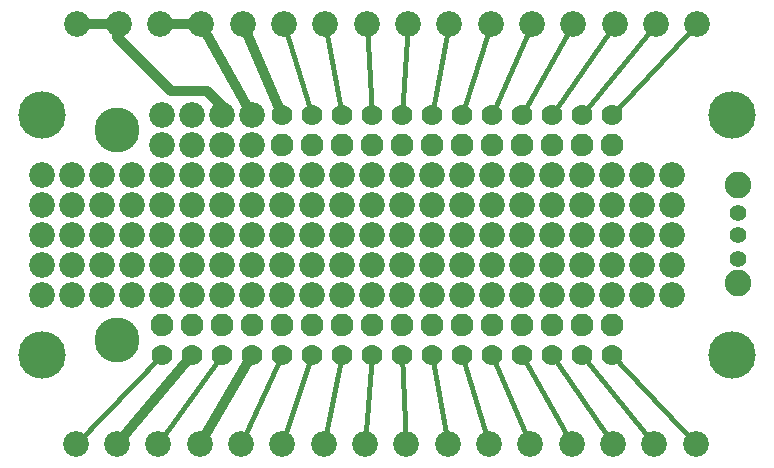
<source format=gbr>
G04 EAGLE Gerber RS-274X export*
G75*
%MOMM*%
%FSLAX34Y34*%
%LPD*%
%INTop Copper*%
%IPPOS*%
%AMOC8*
5,1,8,0,0,1.08239X$1,22.5*%
G01*
%ADD10C,3.810000*%
%ADD11C,1.778000*%
%ADD12C,1.930400*%
%ADD13C,2.184400*%
%ADD14C,4.016000*%
%ADD15C,1.422400*%
%ADD16C,2.250000*%
%ADD17C,0.406400*%
%ADD18C,0.812800*%


D10*
X-228600Y88900D03*
X-228600Y-88900D03*
D11*
X-88900Y101600D03*
X-63500Y101600D03*
X-38100Y101600D03*
X-12700Y101600D03*
X12700Y101600D03*
X38100Y101600D03*
X63500Y101600D03*
X88900Y101600D03*
X114300Y101600D03*
X139700Y101600D03*
X165100Y101600D03*
X190500Y101600D03*
X-88900Y-101600D03*
X-63500Y-101600D03*
X-38100Y-101600D03*
X-12700Y-101600D03*
X12700Y-101600D03*
X38100Y-101600D03*
X63500Y-101600D03*
X88900Y-101600D03*
X114300Y-101600D03*
X139700Y-101600D03*
X165100Y-101600D03*
X190500Y-101600D03*
X-114300Y-101600D03*
X-139700Y-101600D03*
X-165100Y-101600D03*
X-190500Y-101600D03*
D12*
X190500Y-76200D03*
X165100Y-76200D03*
X139700Y-76200D03*
X114300Y-76200D03*
X88900Y-76200D03*
X63500Y-76200D03*
X38100Y-76200D03*
X12700Y-76200D03*
X-12700Y-76200D03*
X-38100Y-76200D03*
X-63500Y-76200D03*
X-88900Y-76200D03*
X-114300Y-76200D03*
X-139700Y-76200D03*
X-165100Y-76200D03*
X-190500Y-76200D03*
X-88900Y76200D03*
X-63500Y76200D03*
X-38100Y76200D03*
X-12700Y76200D03*
X12700Y76200D03*
X38100Y76200D03*
X63500Y76200D03*
X88900Y76200D03*
X114300Y76200D03*
X139700Y76200D03*
X165100Y76200D03*
X190500Y76200D03*
D13*
X-228660Y-176960D03*
X-263660Y-176960D03*
X261340Y-176960D03*
X226340Y-176960D03*
X-262400Y178400D03*
X-227400Y178400D03*
X227600Y178400D03*
X262600Y178400D03*
X-123660Y-176960D03*
X-158660Y-176960D03*
X-193660Y-176960D03*
X-18660Y-176960D03*
X-53660Y-176960D03*
X-88660Y-176960D03*
X86340Y-176960D03*
X51340Y-176960D03*
X16340Y-176960D03*
X191340Y-176960D03*
X156340Y-176960D03*
X121340Y-176960D03*
X-192400Y178400D03*
X-157400Y178400D03*
X-122400Y178400D03*
X-87400Y178400D03*
X-52400Y178400D03*
X-17400Y178400D03*
X17600Y178400D03*
X52600Y178400D03*
X87600Y178400D03*
X122600Y178400D03*
X157600Y178400D03*
X192600Y178400D03*
D14*
X-292100Y101600D03*
X-292100Y-101600D03*
X292100Y-101600D03*
X292100Y101600D03*
D15*
X297180Y0D03*
D16*
X297180Y42000D03*
X297180Y-41000D03*
D15*
X297180Y-20000D03*
X297180Y19000D03*
D17*
X190500Y-101600D02*
X261340Y-176960D01*
X226340Y-176960D02*
X165100Y-101600D01*
X139700Y-101600D02*
X191340Y-176960D01*
X156340Y-176960D02*
X114300Y-101600D01*
X88900Y-101600D02*
X121340Y-176960D01*
X86340Y-176960D02*
X63500Y-101600D01*
X38100Y-101600D02*
X51340Y-176960D01*
X16340Y-176960D02*
X12700Y-101600D01*
X-12700Y-101600D02*
X-18660Y-176960D01*
X-53660Y-176960D02*
X-38100Y-101600D01*
X-63500Y-101600D02*
X-88660Y-176960D01*
X-123660Y-176960D02*
X-88900Y-101600D01*
D13*
X-114300Y-50800D03*
X-114300Y-25400D03*
X-114300Y0D03*
X-114300Y25400D03*
X-114300Y50800D03*
X-114300Y76200D03*
X-114300Y101600D03*
D18*
X-114300Y-101600D02*
X-158660Y-176960D01*
X-114300Y101600D02*
X-157400Y178400D01*
X-192400Y178400D01*
D17*
X-193040Y179040D01*
X-139700Y-101600D02*
X-193660Y-176960D01*
D13*
X-139700Y-50800D03*
X-139700Y-25400D03*
X-139700Y0D03*
X-139700Y25400D03*
X-139700Y50800D03*
X-139700Y76200D03*
X-139700Y101600D03*
D18*
X-165100Y-101600D02*
X-228660Y-176960D01*
X-139700Y101600D02*
X-139700Y109220D01*
X-152400Y121920D01*
X-182880Y121920D01*
X-228600Y167640D01*
X-227400Y178400D01*
X-262400Y178400D01*
D17*
X-190500Y-101600D02*
X-263660Y-176960D01*
D18*
X-88900Y101600D02*
X-122400Y178400D01*
X-122400Y183360D01*
D17*
X-52400Y178400D02*
X-38100Y101600D01*
X-12700Y101600D02*
X-17400Y178400D01*
X17600Y178400D02*
X12700Y101600D01*
X38100Y101600D02*
X52600Y178400D01*
X87600Y178400D02*
X63500Y101600D01*
X88900Y101600D02*
X122600Y178400D01*
X157600Y178400D02*
X114300Y101600D01*
X139700Y101600D02*
X192600Y178400D01*
X227600Y178400D02*
X165100Y101600D01*
D13*
X165100Y0D03*
X165100Y50800D03*
X165100Y25400D03*
D17*
X190500Y101600D02*
X262600Y178400D01*
D13*
X190500Y50800D03*
X190500Y25400D03*
X190500Y0D03*
X-165100Y101600D03*
X-165100Y76200D03*
X-190500Y76200D03*
X-190500Y101600D03*
X-190500Y50800D03*
X-215900Y50800D03*
X-241300Y50800D03*
X-266700Y50800D03*
X-292100Y50800D03*
X-266700Y25400D03*
X-292100Y25400D03*
X-266700Y0D03*
X-292100Y0D03*
X-266700Y-25400D03*
X-292100Y-25400D03*
X-266700Y-50800D03*
X-292100Y-50800D03*
X-241300Y25400D03*
X-215900Y25400D03*
X-190500Y25400D03*
X-190500Y0D03*
X-215900Y0D03*
X-241300Y0D03*
X-241300Y-25400D03*
X-215900Y-25400D03*
X-190500Y-25400D03*
X-190500Y-50800D03*
X-215900Y-50800D03*
X-241300Y-50800D03*
X-165100Y-50800D03*
X-165100Y-25400D03*
X-165100Y0D03*
X-165100Y25400D03*
X-165100Y50800D03*
X-88900Y50800D03*
X-63500Y50800D03*
X-38100Y50800D03*
X-88900Y25400D03*
X-88900Y0D03*
X-88900Y-25400D03*
X-88900Y-50800D03*
X-63500Y-50800D03*
X-63500Y-25400D03*
X-63500Y0D03*
X-63500Y25400D03*
X-38100Y25400D03*
X-38100Y0D03*
X-38100Y-25400D03*
X-38100Y-50800D03*
X-12700Y-50800D03*
X-12700Y-25400D03*
X-12700Y50800D03*
X-12700Y25400D03*
X-12700Y0D03*
X12700Y-50800D03*
X12700Y-25400D03*
X12700Y0D03*
X12700Y25400D03*
X12700Y50800D03*
X38100Y50800D03*
X38100Y25400D03*
X38100Y0D03*
X38100Y-25400D03*
X38100Y-50800D03*
X63500Y-50800D03*
X63500Y-25400D03*
X63500Y0D03*
X63500Y25400D03*
X63500Y50800D03*
X88900Y50800D03*
X88900Y25400D03*
X88900Y0D03*
X88900Y-25400D03*
X88900Y-50800D03*
X114300Y-50800D03*
X114300Y-25400D03*
X114300Y0D03*
X114300Y25400D03*
X114300Y50800D03*
X139700Y50800D03*
X139700Y25400D03*
X139700Y0D03*
X139700Y-25400D03*
X139700Y-50800D03*
X165100Y-50800D03*
X165100Y-25400D03*
X190500Y-50800D03*
X190500Y-25400D03*
X215900Y50800D03*
X241300Y50800D03*
X241300Y25400D03*
X241300Y0D03*
X241300Y-25400D03*
X241300Y-50800D03*
X215900Y-50800D03*
X215900Y-25400D03*
X215900Y0D03*
X215900Y25400D03*
D17*
X-63500Y101600D02*
X-87400Y178400D01*
M02*

</source>
